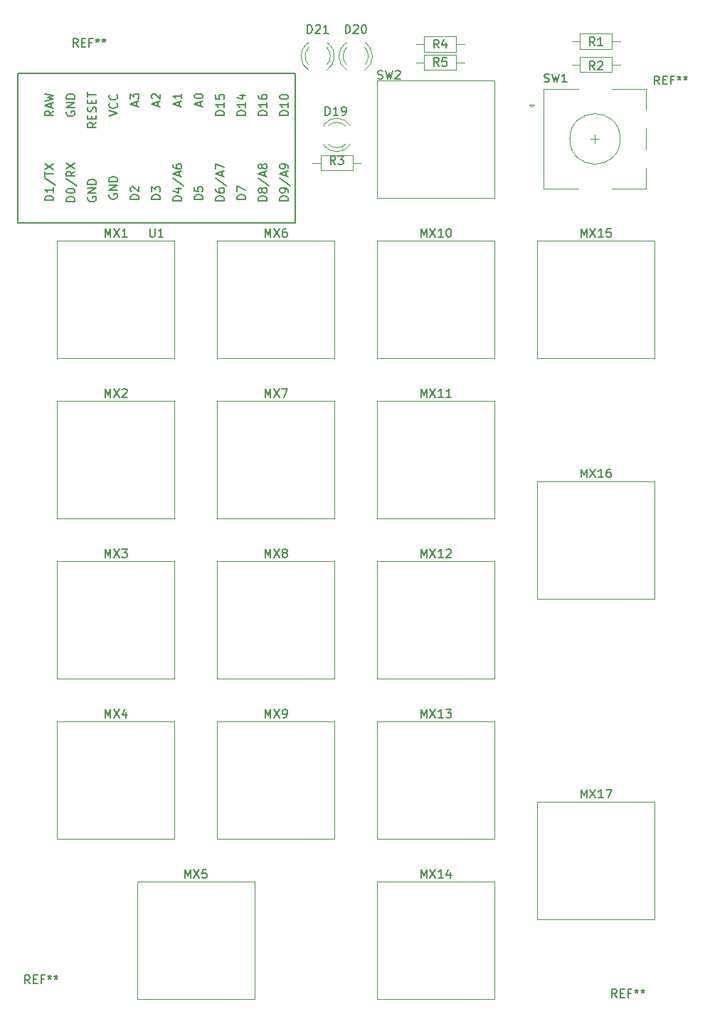
<source format=gbr>
%TF.GenerationSoftware,KiCad,Pcbnew,5.1.9-73d0e3b20d~88~ubuntu20.04.1*%
%TF.CreationDate,2021-03-20T19:20:58-05:00*%
%TF.ProjectId,KeypadMacropad1,4b657970-6164-44d6-9163-726f70616431,rev?*%
%TF.SameCoordinates,Original*%
%TF.FileFunction,Legend,Top*%
%TF.FilePolarity,Positive*%
%FSLAX46Y46*%
G04 Gerber Fmt 4.6, Leading zero omitted, Abs format (unit mm)*
G04 Created by KiCad (PCBNEW 5.1.9-73d0e3b20d~88~ubuntu20.04.1) date 2021-03-20 19:20:58*
%MOMM*%
%LPD*%
G01*
G04 APERTURE LIST*
%ADD10C,0.120000*%
%ADD11C,0.203200*%
%ADD12C,0.150000*%
G04 APERTURE END LIST*
D10*
%TO.C,SW2*%
X137615000Y-44685000D02*
X137615000Y-30715000D01*
X151585000Y-44685000D02*
X137615000Y-44685000D01*
X151585000Y-30715000D02*
X151585000Y-44685000D01*
X137615000Y-30715000D02*
X151585000Y-30715000D01*
%TO.C,MX1*%
X99515000Y-63735000D02*
X99515000Y-49765000D01*
X113485000Y-63735000D02*
X99515000Y-63735000D01*
X113485000Y-49765000D02*
X113485000Y-63735000D01*
X99515000Y-49765000D02*
X113485000Y-49765000D01*
D11*
%TO.C,U1*%
X94816000Y-29826000D02*
X94816000Y-47606000D01*
X94816000Y-47606000D02*
X127836000Y-47606000D01*
X127836000Y-29826000D02*
X127836000Y-47606000D01*
X94816000Y-29826000D02*
X127836000Y-29826000D01*
D10*
%TO.C,MX6*%
X118565000Y-63735000D02*
X118565000Y-49765000D01*
X132535000Y-63735000D02*
X118565000Y-63735000D01*
X132535000Y-49765000D02*
X132535000Y-63735000D01*
X118565000Y-49765000D02*
X132535000Y-49765000D01*
%TO.C,R4*%
X147028000Y-27317000D02*
X147028000Y-25477000D01*
X147028000Y-25477000D02*
X143188000Y-25477000D01*
X143188000Y-25477000D02*
X143188000Y-27317000D01*
X143188000Y-27317000D02*
X147028000Y-27317000D01*
X147978000Y-26397000D02*
X147028000Y-26397000D01*
X142238000Y-26397000D02*
X143188000Y-26397000D01*
%TO.C,SW1*%
X163030000Y-37660000D02*
X164030000Y-37660000D01*
X163530000Y-37160000D02*
X163530000Y-38160000D01*
X169630000Y-41160000D02*
X169630000Y-43560000D01*
X169630000Y-36360000D02*
X169630000Y-38960000D01*
X169630000Y-31760000D02*
X169630000Y-34160000D01*
X156330000Y-33560000D02*
X156030000Y-33860000D01*
X155730000Y-33560000D02*
X156330000Y-33560000D01*
X156030000Y-33860000D02*
X155730000Y-33560000D01*
X157430000Y-31760000D02*
X157430000Y-43560000D01*
X161530000Y-31760000D02*
X157430000Y-31760000D01*
X161530000Y-43560000D02*
X157430000Y-43560000D01*
X169630000Y-43560000D02*
X165530000Y-43560000D01*
X165530000Y-31760000D02*
X169630000Y-31760000D01*
X166530000Y-37660000D02*
G75*
G03*
X166530000Y-37660000I-3000000J0D01*
G01*
%TO.C,MX2*%
X99515000Y-82785000D02*
X99515000Y-68815000D01*
X113485000Y-82785000D02*
X99515000Y-82785000D01*
X113485000Y-68815000D02*
X113485000Y-82785000D01*
X99515000Y-68815000D02*
X113485000Y-68815000D01*
%TO.C,D20*%
X133969600Y-26259400D02*
X133813600Y-26259400D01*
X136285600Y-26259400D02*
X136129600Y-26259400D01*
X136128208Y-29491735D02*
G75*
G03*
X136285116Y-26259400I-1078608J1672335D01*
G01*
X133970992Y-29491735D02*
G75*
G02*
X133814084Y-26259400I1078608J1672335D01*
G01*
X136129437Y-28860530D02*
G75*
G03*
X136129600Y-26778439I-1079837J1041130D01*
G01*
X133969763Y-28860530D02*
G75*
G02*
X133969600Y-26778439I1079837J1041130D01*
G01*
%TO.C,D21*%
X129448400Y-26259400D02*
X129292400Y-26259400D01*
X131764400Y-26259400D02*
X131608400Y-26259400D01*
X131607008Y-29491735D02*
G75*
G03*
X131763916Y-26259400I-1078608J1672335D01*
G01*
X129449792Y-29491735D02*
G75*
G02*
X129292884Y-26259400I1078608J1672335D01*
G01*
X131608237Y-28860530D02*
G75*
G03*
X131608400Y-26778439I-1079837J1041130D01*
G01*
X129448563Y-28860530D02*
G75*
G02*
X129448400Y-26778439I1079837J1041130D01*
G01*
%TO.C,R5*%
X147028000Y-29476000D02*
X147028000Y-27636000D01*
X147028000Y-27636000D02*
X143188000Y-27636000D01*
X143188000Y-27636000D02*
X143188000Y-29476000D01*
X143188000Y-29476000D02*
X147028000Y-29476000D01*
X147978000Y-28556000D02*
X147028000Y-28556000D01*
X142238000Y-28556000D02*
X143188000Y-28556000D01*
%TO.C,R3*%
X130869000Y-39574000D02*
X130869000Y-41414000D01*
X130869000Y-41414000D02*
X134709000Y-41414000D01*
X134709000Y-41414000D02*
X134709000Y-39574000D01*
X134709000Y-39574000D02*
X130869000Y-39574000D01*
X129919000Y-40494000D02*
X130869000Y-40494000D01*
X135659000Y-40494000D02*
X134709000Y-40494000D01*
%TO.C,D19*%
X131229000Y-35956000D02*
X131229000Y-36112000D01*
X131229000Y-38272000D02*
X131229000Y-38428000D01*
X133830130Y-38271837D02*
G75*
G02*
X131748039Y-38272000I-1041130J1079837D01*
G01*
X133830130Y-36112163D02*
G75*
G03*
X131748039Y-36112000I-1041130J-1079837D01*
G01*
X134461335Y-38270608D02*
G75*
G02*
X131229000Y-38427516I-1672335J1078608D01*
G01*
X134461335Y-36113392D02*
G75*
G03*
X131229000Y-35956484I-1672335J-1078608D01*
G01*
%TO.C,R2*%
X160780000Y-28810000D02*
X161730000Y-28810000D01*
X166520000Y-28810000D02*
X165570000Y-28810000D01*
X161730000Y-29730000D02*
X165570000Y-29730000D01*
X161730000Y-27890000D02*
X161730000Y-29730000D01*
X165570000Y-27890000D02*
X161730000Y-27890000D01*
X165570000Y-29730000D02*
X165570000Y-27890000D01*
%TO.C,R1*%
X160780000Y-26075001D02*
X161730000Y-26075001D01*
X166520000Y-26075001D02*
X165570000Y-26075001D01*
X161730000Y-26995001D02*
X165570000Y-26995001D01*
X161730000Y-25155001D02*
X161730000Y-26995001D01*
X165570000Y-25155001D02*
X161730000Y-25155001D01*
X165570000Y-26995001D02*
X165570000Y-25155001D01*
%TO.C,MX8*%
X118565000Y-101835000D02*
X118565000Y-87865000D01*
X132535000Y-101835000D02*
X118565000Y-101835000D01*
X132535000Y-87865000D02*
X132535000Y-101835000D01*
X118565000Y-87865000D02*
X132535000Y-87865000D01*
%TO.C,MX11*%
X137615000Y-82785000D02*
X137615000Y-68815000D01*
X151585000Y-82785000D02*
X137615000Y-82785000D01*
X151585000Y-68815000D02*
X151585000Y-82785000D01*
X137615000Y-68815000D02*
X151585000Y-68815000D01*
%TO.C,MX12*%
X137615000Y-101835000D02*
X137615000Y-87865000D01*
X151585000Y-101835000D02*
X137615000Y-101835000D01*
X151585000Y-87865000D02*
X151585000Y-101835000D01*
X137615000Y-87865000D02*
X151585000Y-87865000D01*
%TO.C,MX9*%
X118565000Y-120885000D02*
X118565000Y-106915000D01*
X132535000Y-120885000D02*
X118565000Y-120885000D01*
X132535000Y-106915000D02*
X132535000Y-120885000D01*
X118565000Y-106915000D02*
X132535000Y-106915000D01*
%TO.C,MX13*%
X137615000Y-120885000D02*
X137615000Y-106915000D01*
X151585000Y-120885000D02*
X137615000Y-120885000D01*
X151585000Y-106915000D02*
X151585000Y-120885000D01*
X137615000Y-106915000D02*
X151585000Y-106915000D01*
%TO.C,MX7*%
X118565000Y-82785000D02*
X118565000Y-68815000D01*
X132535000Y-82785000D02*
X118565000Y-82785000D01*
X132535000Y-68815000D02*
X132535000Y-82785000D01*
X118565000Y-68815000D02*
X132535000Y-68815000D01*
%TO.C,MX10*%
X137615000Y-63735000D02*
X137615000Y-49765000D01*
X151585000Y-63735000D02*
X137615000Y-63735000D01*
X151585000Y-49765000D02*
X151585000Y-63735000D01*
X137615000Y-49765000D02*
X151585000Y-49765000D01*
%TO.C,MX14*%
X137615000Y-139935000D02*
X137615000Y-125965000D01*
X151585000Y-139935000D02*
X137615000Y-139935000D01*
X151585000Y-125965000D02*
X151585000Y-139935000D01*
X137615000Y-125965000D02*
X151585000Y-125965000D01*
%TO.C,MX16*%
X156665000Y-92310000D02*
X156665000Y-78340000D01*
X170635000Y-92310000D02*
X156665000Y-92310000D01*
X170635000Y-78340000D02*
X170635000Y-92310000D01*
X156665000Y-78340000D02*
X170635000Y-78340000D01*
%TO.C,MX3*%
X99515000Y-101835000D02*
X99515000Y-87865000D01*
X113485000Y-101835000D02*
X99515000Y-101835000D01*
X113485000Y-87865000D02*
X113485000Y-101835000D01*
X99515000Y-87865000D02*
X113485000Y-87865000D01*
%TO.C,MX4*%
X99515000Y-120885000D02*
X99515000Y-106915000D01*
X113485000Y-120885000D02*
X99515000Y-120885000D01*
X113485000Y-106915000D02*
X113485000Y-120885000D01*
X99515000Y-106915000D02*
X113485000Y-106915000D01*
%TO.C,MX17*%
X156665000Y-130410000D02*
X156665000Y-116440000D01*
X170635000Y-130410000D02*
X156665000Y-130410000D01*
X170635000Y-116440000D02*
X170635000Y-130410000D01*
X156665000Y-116440000D02*
X170635000Y-116440000D01*
%TO.C,MX5*%
X109040000Y-139935000D02*
X109040000Y-125965000D01*
X123010000Y-139935000D02*
X109040000Y-139935000D01*
X123010000Y-125965000D02*
X123010000Y-139935000D01*
X109040000Y-125965000D02*
X123010000Y-125965000D01*
%TO.C,MX15*%
X156665000Y-63735000D02*
X156665000Y-49765000D01*
X170635000Y-63735000D02*
X156665000Y-63735000D01*
X170635000Y-49765000D02*
X170635000Y-63735000D01*
X156665000Y-49765000D02*
X170635000Y-49765000D01*
%TO.C,SW2*%
D12*
X137678666Y-30484761D02*
X137821523Y-30532380D01*
X138059619Y-30532380D01*
X138154857Y-30484761D01*
X138202476Y-30437142D01*
X138250095Y-30341904D01*
X138250095Y-30246666D01*
X138202476Y-30151428D01*
X138154857Y-30103809D01*
X138059619Y-30056190D01*
X137869142Y-30008571D01*
X137773904Y-29960952D01*
X137726285Y-29913333D01*
X137678666Y-29818095D01*
X137678666Y-29722857D01*
X137726285Y-29627619D01*
X137773904Y-29580000D01*
X137869142Y-29532380D01*
X138107238Y-29532380D01*
X138250095Y-29580000D01*
X138583428Y-29532380D02*
X138821523Y-30532380D01*
X139012000Y-29818095D01*
X139202476Y-30532380D01*
X139440571Y-29532380D01*
X139773904Y-29627619D02*
X139821523Y-29580000D01*
X139916761Y-29532380D01*
X140154857Y-29532380D01*
X140250095Y-29580000D01*
X140297714Y-29627619D01*
X140345333Y-29722857D01*
X140345333Y-29818095D01*
X140297714Y-29960952D01*
X139726285Y-30532380D01*
X140345333Y-30532380D01*
%TO.C,MX1*%
X105214285Y-49328380D02*
X105214285Y-48328380D01*
X105547619Y-49042666D01*
X105880952Y-48328380D01*
X105880952Y-49328380D01*
X106261904Y-48328380D02*
X106928571Y-49328380D01*
X106928571Y-48328380D02*
X106261904Y-49328380D01*
X107833333Y-49328380D02*
X107261904Y-49328380D01*
X107547619Y-49328380D02*
X107547619Y-48328380D01*
X107452380Y-48471238D01*
X107357142Y-48566476D01*
X107261904Y-48614095D01*
%TO.C,U1*%
X110564095Y-48328380D02*
X110564095Y-49137904D01*
X110611714Y-49233142D01*
X110659333Y-49280761D01*
X110754571Y-49328380D01*
X110945047Y-49328380D01*
X111040285Y-49280761D01*
X111087904Y-49233142D01*
X111135523Y-49137904D01*
X111135523Y-48328380D01*
X112135523Y-49328380D02*
X111564095Y-49328380D01*
X111849809Y-49328380D02*
X111849809Y-48328380D01*
X111754571Y-48471238D01*
X111659333Y-48566476D01*
X111564095Y-48614095D01*
X127018380Y-45010166D02*
X126018380Y-45010166D01*
X126018380Y-44772071D01*
X126066000Y-44629214D01*
X126161238Y-44533976D01*
X126256476Y-44486357D01*
X126446952Y-44438738D01*
X126589809Y-44438738D01*
X126780285Y-44486357D01*
X126875523Y-44533976D01*
X126970761Y-44629214D01*
X127018380Y-44772071D01*
X127018380Y-45010166D01*
X127018380Y-43962547D02*
X127018380Y-43772071D01*
X126970761Y-43676833D01*
X126923142Y-43629214D01*
X126780285Y-43533976D01*
X126589809Y-43486357D01*
X126208857Y-43486357D01*
X126113619Y-43533976D01*
X126066000Y-43581595D01*
X126018380Y-43676833D01*
X126018380Y-43867309D01*
X126066000Y-43962547D01*
X126113619Y-44010166D01*
X126208857Y-44057785D01*
X126446952Y-44057785D01*
X126542190Y-44010166D01*
X126589809Y-43962547D01*
X126637428Y-43867309D01*
X126637428Y-43676833D01*
X126589809Y-43581595D01*
X126542190Y-43533976D01*
X126446952Y-43486357D01*
X125970761Y-42343500D02*
X127256476Y-43200642D01*
X126732666Y-42057785D02*
X126732666Y-41581595D01*
X127018380Y-42153023D02*
X126018380Y-41819690D01*
X127018380Y-41486357D01*
X127018380Y-41105404D02*
X127018380Y-40914928D01*
X126970761Y-40819690D01*
X126923142Y-40772071D01*
X126780285Y-40676833D01*
X126589809Y-40629214D01*
X126208857Y-40629214D01*
X126113619Y-40676833D01*
X126066000Y-40724452D01*
X126018380Y-40819690D01*
X126018380Y-41010166D01*
X126066000Y-41105404D01*
X126113619Y-41153023D01*
X126208857Y-41200642D01*
X126446952Y-41200642D01*
X126542190Y-41153023D01*
X126589809Y-41105404D01*
X126637428Y-41010166D01*
X126637428Y-40819690D01*
X126589809Y-40724452D01*
X126542190Y-40676833D01*
X126446952Y-40629214D01*
X124478380Y-45010166D02*
X123478380Y-45010166D01*
X123478380Y-44772071D01*
X123526000Y-44629214D01*
X123621238Y-44533976D01*
X123716476Y-44486357D01*
X123906952Y-44438738D01*
X124049809Y-44438738D01*
X124240285Y-44486357D01*
X124335523Y-44533976D01*
X124430761Y-44629214D01*
X124478380Y-44772071D01*
X124478380Y-45010166D01*
X123906952Y-43867309D02*
X123859333Y-43962547D01*
X123811714Y-44010166D01*
X123716476Y-44057785D01*
X123668857Y-44057785D01*
X123573619Y-44010166D01*
X123526000Y-43962547D01*
X123478380Y-43867309D01*
X123478380Y-43676833D01*
X123526000Y-43581595D01*
X123573619Y-43533976D01*
X123668857Y-43486357D01*
X123716476Y-43486357D01*
X123811714Y-43533976D01*
X123859333Y-43581595D01*
X123906952Y-43676833D01*
X123906952Y-43867309D01*
X123954571Y-43962547D01*
X124002190Y-44010166D01*
X124097428Y-44057785D01*
X124287904Y-44057785D01*
X124383142Y-44010166D01*
X124430761Y-43962547D01*
X124478380Y-43867309D01*
X124478380Y-43676833D01*
X124430761Y-43581595D01*
X124383142Y-43533976D01*
X124287904Y-43486357D01*
X124097428Y-43486357D01*
X124002190Y-43533976D01*
X123954571Y-43581595D01*
X123906952Y-43676833D01*
X123430761Y-42343500D02*
X124716476Y-43200642D01*
X124192666Y-42057785D02*
X124192666Y-41581595D01*
X124478380Y-42153023D02*
X123478380Y-41819690D01*
X124478380Y-41486357D01*
X123906952Y-41010166D02*
X123859333Y-41105404D01*
X123811714Y-41153023D01*
X123716476Y-41200642D01*
X123668857Y-41200642D01*
X123573619Y-41153023D01*
X123526000Y-41105404D01*
X123478380Y-41010166D01*
X123478380Y-40819690D01*
X123526000Y-40724452D01*
X123573619Y-40676833D01*
X123668857Y-40629214D01*
X123716476Y-40629214D01*
X123811714Y-40676833D01*
X123859333Y-40724452D01*
X123906952Y-40819690D01*
X123906952Y-41010166D01*
X123954571Y-41105404D01*
X124002190Y-41153023D01*
X124097428Y-41200642D01*
X124287904Y-41200642D01*
X124383142Y-41153023D01*
X124430761Y-41105404D01*
X124478380Y-41010166D01*
X124478380Y-40819690D01*
X124430761Y-40724452D01*
X124383142Y-40676833D01*
X124287904Y-40629214D01*
X124097428Y-40629214D01*
X124002190Y-40676833D01*
X123954571Y-40724452D01*
X123906952Y-40819690D01*
X121938380Y-44851595D02*
X120938380Y-44851595D01*
X120938380Y-44613500D01*
X120986000Y-44470642D01*
X121081238Y-44375404D01*
X121176476Y-44327785D01*
X121366952Y-44280166D01*
X121509809Y-44280166D01*
X121700285Y-44327785D01*
X121795523Y-44375404D01*
X121890761Y-44470642D01*
X121938380Y-44613500D01*
X121938380Y-44851595D01*
X120938380Y-43946833D02*
X120938380Y-43280166D01*
X121938380Y-43708738D01*
X119398380Y-45010166D02*
X118398380Y-45010166D01*
X118398380Y-44772071D01*
X118446000Y-44629214D01*
X118541238Y-44533976D01*
X118636476Y-44486357D01*
X118826952Y-44438738D01*
X118969809Y-44438738D01*
X119160285Y-44486357D01*
X119255523Y-44533976D01*
X119350761Y-44629214D01*
X119398380Y-44772071D01*
X119398380Y-45010166D01*
X118398380Y-43581595D02*
X118398380Y-43772071D01*
X118446000Y-43867309D01*
X118493619Y-43914928D01*
X118636476Y-44010166D01*
X118826952Y-44057785D01*
X119207904Y-44057785D01*
X119303142Y-44010166D01*
X119350761Y-43962547D01*
X119398380Y-43867309D01*
X119398380Y-43676833D01*
X119350761Y-43581595D01*
X119303142Y-43533976D01*
X119207904Y-43486357D01*
X118969809Y-43486357D01*
X118874571Y-43533976D01*
X118826952Y-43581595D01*
X118779333Y-43676833D01*
X118779333Y-43867309D01*
X118826952Y-43962547D01*
X118874571Y-44010166D01*
X118969809Y-44057785D01*
X118350761Y-42343500D02*
X119636476Y-43200642D01*
X119112666Y-42057785D02*
X119112666Y-41581595D01*
X119398380Y-42153023D02*
X118398380Y-41819690D01*
X119398380Y-41486357D01*
X118398380Y-41248261D02*
X118398380Y-40581595D01*
X119398380Y-41010166D01*
X116858380Y-44851595D02*
X115858380Y-44851595D01*
X115858380Y-44613500D01*
X115906000Y-44470642D01*
X116001238Y-44375404D01*
X116096476Y-44327785D01*
X116286952Y-44280166D01*
X116429809Y-44280166D01*
X116620285Y-44327785D01*
X116715523Y-44375404D01*
X116810761Y-44470642D01*
X116858380Y-44613500D01*
X116858380Y-44851595D01*
X115858380Y-43375404D02*
X115858380Y-43851595D01*
X116334571Y-43899214D01*
X116286952Y-43851595D01*
X116239333Y-43756357D01*
X116239333Y-43518261D01*
X116286952Y-43423023D01*
X116334571Y-43375404D01*
X116429809Y-43327785D01*
X116667904Y-43327785D01*
X116763142Y-43375404D01*
X116810761Y-43423023D01*
X116858380Y-43518261D01*
X116858380Y-43756357D01*
X116810761Y-43851595D01*
X116763142Y-43899214D01*
X114318380Y-45010166D02*
X113318380Y-45010166D01*
X113318380Y-44772071D01*
X113366000Y-44629214D01*
X113461238Y-44533976D01*
X113556476Y-44486357D01*
X113746952Y-44438738D01*
X113889809Y-44438738D01*
X114080285Y-44486357D01*
X114175523Y-44533976D01*
X114270761Y-44629214D01*
X114318380Y-44772071D01*
X114318380Y-45010166D01*
X113651714Y-43581595D02*
X114318380Y-43581595D01*
X113270761Y-43819690D02*
X113985047Y-44057785D01*
X113985047Y-43438738D01*
X113270761Y-42343500D02*
X114556476Y-43200642D01*
X114032666Y-42057785D02*
X114032666Y-41581595D01*
X114318380Y-42153023D02*
X113318380Y-41819690D01*
X114318380Y-41486357D01*
X113318380Y-40724452D02*
X113318380Y-40914928D01*
X113366000Y-41010166D01*
X113413619Y-41057785D01*
X113556476Y-41153023D01*
X113746952Y-41200642D01*
X114127904Y-41200642D01*
X114223142Y-41153023D01*
X114270761Y-41105404D01*
X114318380Y-41010166D01*
X114318380Y-40819690D01*
X114270761Y-40724452D01*
X114223142Y-40676833D01*
X114127904Y-40629214D01*
X113889809Y-40629214D01*
X113794571Y-40676833D01*
X113746952Y-40724452D01*
X113699333Y-40819690D01*
X113699333Y-41010166D01*
X113746952Y-41105404D01*
X113794571Y-41153023D01*
X113889809Y-41200642D01*
X111778380Y-44851595D02*
X110778380Y-44851595D01*
X110778380Y-44613500D01*
X110826000Y-44470642D01*
X110921238Y-44375404D01*
X111016476Y-44327785D01*
X111206952Y-44280166D01*
X111349809Y-44280166D01*
X111540285Y-44327785D01*
X111635523Y-44375404D01*
X111730761Y-44470642D01*
X111778380Y-44613500D01*
X111778380Y-44851595D01*
X110778380Y-43946833D02*
X110778380Y-43327785D01*
X111159333Y-43661119D01*
X111159333Y-43518261D01*
X111206952Y-43423023D01*
X111254571Y-43375404D01*
X111349809Y-43327785D01*
X111587904Y-43327785D01*
X111683142Y-43375404D01*
X111730761Y-43423023D01*
X111778380Y-43518261D01*
X111778380Y-43803976D01*
X111730761Y-43899214D01*
X111683142Y-43946833D01*
X109238380Y-44851595D02*
X108238380Y-44851595D01*
X108238380Y-44613500D01*
X108286000Y-44470642D01*
X108381238Y-44375404D01*
X108476476Y-44327785D01*
X108666952Y-44280166D01*
X108809809Y-44280166D01*
X109000285Y-44327785D01*
X109095523Y-44375404D01*
X109190761Y-44470642D01*
X109238380Y-44613500D01*
X109238380Y-44851595D01*
X108333619Y-43899214D02*
X108286000Y-43851595D01*
X108238380Y-43756357D01*
X108238380Y-43518261D01*
X108286000Y-43423023D01*
X108333619Y-43375404D01*
X108428857Y-43327785D01*
X108524095Y-43327785D01*
X108666952Y-43375404D01*
X109238380Y-43946833D01*
X109238380Y-43327785D01*
X101618380Y-45081595D02*
X100618380Y-45081595D01*
X100618380Y-44843500D01*
X100666000Y-44700642D01*
X100761238Y-44605404D01*
X100856476Y-44557785D01*
X101046952Y-44510166D01*
X101189809Y-44510166D01*
X101380285Y-44557785D01*
X101475523Y-44605404D01*
X101570761Y-44700642D01*
X101618380Y-44843500D01*
X101618380Y-45081595D01*
X100618380Y-43891119D02*
X100618380Y-43795880D01*
X100666000Y-43700642D01*
X100713619Y-43653023D01*
X100808857Y-43605404D01*
X100999333Y-43557785D01*
X101237428Y-43557785D01*
X101427904Y-43605404D01*
X101523142Y-43653023D01*
X101570761Y-43700642D01*
X101618380Y-43795880D01*
X101618380Y-43891119D01*
X101570761Y-43986357D01*
X101523142Y-44033976D01*
X101427904Y-44081595D01*
X101237428Y-44129214D01*
X100999333Y-44129214D01*
X100808857Y-44081595D01*
X100713619Y-44033976D01*
X100666000Y-43986357D01*
X100618380Y-43891119D01*
X100570761Y-42414928D02*
X101856476Y-43272071D01*
X101618380Y-41510166D02*
X101142190Y-41843500D01*
X101618380Y-42081595D02*
X100618380Y-42081595D01*
X100618380Y-41700642D01*
X100666000Y-41605404D01*
X100713619Y-41557785D01*
X100808857Y-41510166D01*
X100951714Y-41510166D01*
X101046952Y-41557785D01*
X101094571Y-41605404D01*
X101142190Y-41700642D01*
X101142190Y-42081595D01*
X100618380Y-41176833D02*
X101618380Y-40510166D01*
X100618380Y-40510166D02*
X101618380Y-41176833D01*
X99078380Y-44962547D02*
X98078380Y-44962547D01*
X98078380Y-44724452D01*
X98126000Y-44581595D01*
X98221238Y-44486357D01*
X98316476Y-44438738D01*
X98506952Y-44391119D01*
X98649809Y-44391119D01*
X98840285Y-44438738D01*
X98935523Y-44486357D01*
X99030761Y-44581595D01*
X99078380Y-44724452D01*
X99078380Y-44962547D01*
X99078380Y-43438738D02*
X99078380Y-44010166D01*
X99078380Y-43724452D02*
X98078380Y-43724452D01*
X98221238Y-43819690D01*
X98316476Y-43914928D01*
X98364095Y-44010166D01*
X98030761Y-42295880D02*
X99316476Y-43153023D01*
X98078380Y-42105404D02*
X98078380Y-41533976D01*
X99078380Y-41819690D02*
X98078380Y-41819690D01*
X98078380Y-41295880D02*
X99078380Y-40629214D01*
X98078380Y-40629214D02*
X99078380Y-41295880D01*
X127018380Y-34850285D02*
X126018380Y-34850285D01*
X126018380Y-34612190D01*
X126066000Y-34469333D01*
X126161238Y-34374095D01*
X126256476Y-34326476D01*
X126446952Y-34278857D01*
X126589809Y-34278857D01*
X126780285Y-34326476D01*
X126875523Y-34374095D01*
X126970761Y-34469333D01*
X127018380Y-34612190D01*
X127018380Y-34850285D01*
X127018380Y-33326476D02*
X127018380Y-33897904D01*
X127018380Y-33612190D02*
X126018380Y-33612190D01*
X126161238Y-33707428D01*
X126256476Y-33802666D01*
X126304095Y-33897904D01*
X126018380Y-32707428D02*
X126018380Y-32612190D01*
X126066000Y-32516952D01*
X126113619Y-32469333D01*
X126208857Y-32421714D01*
X126399333Y-32374095D01*
X126637428Y-32374095D01*
X126827904Y-32421714D01*
X126923142Y-32469333D01*
X126970761Y-32516952D01*
X127018380Y-32612190D01*
X127018380Y-32707428D01*
X126970761Y-32802666D01*
X126923142Y-32850285D01*
X126827904Y-32897904D01*
X126637428Y-32945523D01*
X126399333Y-32945523D01*
X126208857Y-32897904D01*
X126113619Y-32850285D01*
X126066000Y-32802666D01*
X126018380Y-32707428D01*
X124478380Y-34850285D02*
X123478380Y-34850285D01*
X123478380Y-34612190D01*
X123526000Y-34469333D01*
X123621238Y-34374095D01*
X123716476Y-34326476D01*
X123906952Y-34278857D01*
X124049809Y-34278857D01*
X124240285Y-34326476D01*
X124335523Y-34374095D01*
X124430761Y-34469333D01*
X124478380Y-34612190D01*
X124478380Y-34850285D01*
X124478380Y-33326476D02*
X124478380Y-33897904D01*
X124478380Y-33612190D02*
X123478380Y-33612190D01*
X123621238Y-33707428D01*
X123716476Y-33802666D01*
X123764095Y-33897904D01*
X123478380Y-32469333D02*
X123478380Y-32659809D01*
X123526000Y-32755047D01*
X123573619Y-32802666D01*
X123716476Y-32897904D01*
X123906952Y-32945523D01*
X124287904Y-32945523D01*
X124383142Y-32897904D01*
X124430761Y-32850285D01*
X124478380Y-32755047D01*
X124478380Y-32564571D01*
X124430761Y-32469333D01*
X124383142Y-32421714D01*
X124287904Y-32374095D01*
X124049809Y-32374095D01*
X123954571Y-32421714D01*
X123906952Y-32469333D01*
X123859333Y-32564571D01*
X123859333Y-32755047D01*
X123906952Y-32850285D01*
X123954571Y-32897904D01*
X124049809Y-32945523D01*
X121938380Y-34850285D02*
X120938380Y-34850285D01*
X120938380Y-34612190D01*
X120986000Y-34469333D01*
X121081238Y-34374095D01*
X121176476Y-34326476D01*
X121366952Y-34278857D01*
X121509809Y-34278857D01*
X121700285Y-34326476D01*
X121795523Y-34374095D01*
X121890761Y-34469333D01*
X121938380Y-34612190D01*
X121938380Y-34850285D01*
X121938380Y-33326476D02*
X121938380Y-33897904D01*
X121938380Y-33612190D02*
X120938380Y-33612190D01*
X121081238Y-33707428D01*
X121176476Y-33802666D01*
X121224095Y-33897904D01*
X121271714Y-32469333D02*
X121938380Y-32469333D01*
X120890761Y-32707428D02*
X121605047Y-32945523D01*
X121605047Y-32326476D01*
X119398380Y-34850285D02*
X118398380Y-34850285D01*
X118398380Y-34612190D01*
X118446000Y-34469333D01*
X118541238Y-34374095D01*
X118636476Y-34326476D01*
X118826952Y-34278857D01*
X118969809Y-34278857D01*
X119160285Y-34326476D01*
X119255523Y-34374095D01*
X119350761Y-34469333D01*
X119398380Y-34612190D01*
X119398380Y-34850285D01*
X119398380Y-33326476D02*
X119398380Y-33897904D01*
X119398380Y-33612190D02*
X118398380Y-33612190D01*
X118541238Y-33707428D01*
X118636476Y-33802666D01*
X118684095Y-33897904D01*
X118398380Y-32421714D02*
X118398380Y-32897904D01*
X118874571Y-32945523D01*
X118826952Y-32897904D01*
X118779333Y-32802666D01*
X118779333Y-32564571D01*
X118826952Y-32469333D01*
X118874571Y-32421714D01*
X118969809Y-32374095D01*
X119207904Y-32374095D01*
X119303142Y-32421714D01*
X119350761Y-32469333D01*
X119398380Y-32564571D01*
X119398380Y-32802666D01*
X119350761Y-32897904D01*
X119303142Y-32945523D01*
X116572666Y-33715285D02*
X116572666Y-33239095D01*
X116858380Y-33810523D02*
X115858380Y-33477190D01*
X116858380Y-33143857D01*
X115858380Y-32620047D02*
X115858380Y-32524809D01*
X115906000Y-32429571D01*
X115953619Y-32381952D01*
X116048857Y-32334333D01*
X116239333Y-32286714D01*
X116477428Y-32286714D01*
X116667904Y-32334333D01*
X116763142Y-32381952D01*
X116810761Y-32429571D01*
X116858380Y-32524809D01*
X116858380Y-32620047D01*
X116810761Y-32715285D01*
X116763142Y-32762904D01*
X116667904Y-32810523D01*
X116477428Y-32858142D01*
X116239333Y-32858142D01*
X116048857Y-32810523D01*
X115953619Y-32762904D01*
X115906000Y-32715285D01*
X115858380Y-32620047D01*
X114032666Y-33715285D02*
X114032666Y-33239095D01*
X114318380Y-33810523D02*
X113318380Y-33477190D01*
X114318380Y-33143857D01*
X114318380Y-32286714D02*
X114318380Y-32858142D01*
X114318380Y-32572428D02*
X113318380Y-32572428D01*
X113461238Y-32667666D01*
X113556476Y-32762904D01*
X113604095Y-32858142D01*
X111492666Y-33715285D02*
X111492666Y-33239095D01*
X111778380Y-33810523D02*
X110778380Y-33477190D01*
X111778380Y-33143857D01*
X110873619Y-32858142D02*
X110826000Y-32810523D01*
X110778380Y-32715285D01*
X110778380Y-32477190D01*
X110826000Y-32381952D01*
X110873619Y-32334333D01*
X110968857Y-32286714D01*
X111064095Y-32286714D01*
X111206952Y-32334333D01*
X111778380Y-32905761D01*
X111778380Y-32286714D01*
X108952666Y-33715285D02*
X108952666Y-33239095D01*
X109238380Y-33810523D02*
X108238380Y-33477190D01*
X109238380Y-33143857D01*
X108238380Y-32905761D02*
X108238380Y-32286714D01*
X108619333Y-32620047D01*
X108619333Y-32477190D01*
X108666952Y-32381952D01*
X108714571Y-32334333D01*
X108809809Y-32286714D01*
X109047904Y-32286714D01*
X109143142Y-32334333D01*
X109190761Y-32381952D01*
X109238380Y-32477190D01*
X109238380Y-32762904D01*
X109190761Y-32858142D01*
X109143142Y-32905761D01*
X105698380Y-34969333D02*
X106698380Y-34636000D01*
X105698380Y-34302666D01*
X106603142Y-33397904D02*
X106650761Y-33445523D01*
X106698380Y-33588380D01*
X106698380Y-33683619D01*
X106650761Y-33826476D01*
X106555523Y-33921714D01*
X106460285Y-33969333D01*
X106269809Y-34016952D01*
X106126952Y-34016952D01*
X105936476Y-33969333D01*
X105841238Y-33921714D01*
X105746000Y-33826476D01*
X105698380Y-33683619D01*
X105698380Y-33588380D01*
X105746000Y-33445523D01*
X105793619Y-33397904D01*
X106603142Y-32397904D02*
X106650761Y-32445523D01*
X106698380Y-32588380D01*
X106698380Y-32683619D01*
X106650761Y-32826476D01*
X106555523Y-32921714D01*
X106460285Y-32969333D01*
X106269809Y-33016952D01*
X106126952Y-33016952D01*
X105936476Y-32969333D01*
X105841238Y-32921714D01*
X105746000Y-32826476D01*
X105698380Y-32683619D01*
X105698380Y-32588380D01*
X105746000Y-32445523D01*
X105793619Y-32397904D01*
X104158380Y-35723380D02*
X103682190Y-36056714D01*
X104158380Y-36294809D02*
X103158380Y-36294809D01*
X103158380Y-35913857D01*
X103206000Y-35818619D01*
X103253619Y-35771000D01*
X103348857Y-35723380D01*
X103491714Y-35723380D01*
X103586952Y-35771000D01*
X103634571Y-35818619D01*
X103682190Y-35913857D01*
X103682190Y-36294809D01*
X103634571Y-35294809D02*
X103634571Y-34961476D01*
X104158380Y-34818619D02*
X104158380Y-35294809D01*
X103158380Y-35294809D01*
X103158380Y-34818619D01*
X104110761Y-34437666D02*
X104158380Y-34294809D01*
X104158380Y-34056714D01*
X104110761Y-33961476D01*
X104063142Y-33913857D01*
X103967904Y-33866238D01*
X103872666Y-33866238D01*
X103777428Y-33913857D01*
X103729809Y-33961476D01*
X103682190Y-34056714D01*
X103634571Y-34247190D01*
X103586952Y-34342428D01*
X103539333Y-34390047D01*
X103444095Y-34437666D01*
X103348857Y-34437666D01*
X103253619Y-34390047D01*
X103206000Y-34342428D01*
X103158380Y-34247190D01*
X103158380Y-34009095D01*
X103206000Y-33866238D01*
X103634571Y-33437666D02*
X103634571Y-33104333D01*
X104158380Y-32961476D02*
X104158380Y-33437666D01*
X103158380Y-33437666D01*
X103158380Y-32961476D01*
X103158380Y-32675761D02*
X103158380Y-32104333D01*
X104158380Y-32390047D02*
X103158380Y-32390047D01*
X99078380Y-34326476D02*
X98602190Y-34659809D01*
X99078380Y-34897904D02*
X98078380Y-34897904D01*
X98078380Y-34516952D01*
X98126000Y-34421714D01*
X98173619Y-34374095D01*
X98268857Y-34326476D01*
X98411714Y-34326476D01*
X98506952Y-34374095D01*
X98554571Y-34421714D01*
X98602190Y-34516952D01*
X98602190Y-34897904D01*
X98792666Y-33945523D02*
X98792666Y-33469333D01*
X99078380Y-34040761D02*
X98078380Y-33707428D01*
X99078380Y-33374095D01*
X98078380Y-33136000D02*
X99078380Y-32897904D01*
X98364095Y-32707428D01*
X99078380Y-32516952D01*
X98078380Y-32278857D01*
X105746000Y-44240404D02*
X105698380Y-44335642D01*
X105698380Y-44478500D01*
X105746000Y-44621357D01*
X105841238Y-44716595D01*
X105936476Y-44764214D01*
X106126952Y-44811833D01*
X106269809Y-44811833D01*
X106460285Y-44764214D01*
X106555523Y-44716595D01*
X106650761Y-44621357D01*
X106698380Y-44478500D01*
X106698380Y-44383261D01*
X106650761Y-44240404D01*
X106603142Y-44192785D01*
X106269809Y-44192785D01*
X106269809Y-44383261D01*
X106698380Y-43764214D02*
X105698380Y-43764214D01*
X106698380Y-43192785D01*
X105698380Y-43192785D01*
X106698380Y-42716595D02*
X105698380Y-42716595D01*
X105698380Y-42478500D01*
X105746000Y-42335642D01*
X105841238Y-42240404D01*
X105936476Y-42192785D01*
X106126952Y-42145166D01*
X106269809Y-42145166D01*
X106460285Y-42192785D01*
X106555523Y-42240404D01*
X106650761Y-42335642D01*
X106698380Y-42478500D01*
X106698380Y-42716595D01*
X103206000Y-44557904D02*
X103158380Y-44653142D01*
X103158380Y-44796000D01*
X103206000Y-44938857D01*
X103301238Y-45034095D01*
X103396476Y-45081714D01*
X103586952Y-45129333D01*
X103729809Y-45129333D01*
X103920285Y-45081714D01*
X104015523Y-45034095D01*
X104110761Y-44938857D01*
X104158380Y-44796000D01*
X104158380Y-44700761D01*
X104110761Y-44557904D01*
X104063142Y-44510285D01*
X103729809Y-44510285D01*
X103729809Y-44700761D01*
X104158380Y-44081714D02*
X103158380Y-44081714D01*
X104158380Y-43510285D01*
X103158380Y-43510285D01*
X104158380Y-43034095D02*
X103158380Y-43034095D01*
X103158380Y-42796000D01*
X103206000Y-42653142D01*
X103301238Y-42557904D01*
X103396476Y-42510285D01*
X103586952Y-42462666D01*
X103729809Y-42462666D01*
X103920285Y-42510285D01*
X104015523Y-42557904D01*
X104110761Y-42653142D01*
X104158380Y-42796000D01*
X104158380Y-43034095D01*
X100666000Y-34397904D02*
X100618380Y-34493142D01*
X100618380Y-34636000D01*
X100666000Y-34778857D01*
X100761238Y-34874095D01*
X100856476Y-34921714D01*
X101046952Y-34969333D01*
X101189809Y-34969333D01*
X101380285Y-34921714D01*
X101475523Y-34874095D01*
X101570761Y-34778857D01*
X101618380Y-34636000D01*
X101618380Y-34540761D01*
X101570761Y-34397904D01*
X101523142Y-34350285D01*
X101189809Y-34350285D01*
X101189809Y-34540761D01*
X101618380Y-33921714D02*
X100618380Y-33921714D01*
X101618380Y-33350285D01*
X100618380Y-33350285D01*
X101618380Y-32874095D02*
X100618380Y-32874095D01*
X100618380Y-32636000D01*
X100666000Y-32493142D01*
X100761238Y-32397904D01*
X100856476Y-32350285D01*
X101046952Y-32302666D01*
X101189809Y-32302666D01*
X101380285Y-32350285D01*
X101475523Y-32397904D01*
X101570761Y-32493142D01*
X101618380Y-32636000D01*
X101618380Y-32874095D01*
%TO.C,MX6*%
X124264285Y-49328380D02*
X124264285Y-48328380D01*
X124597619Y-49042666D01*
X124930952Y-48328380D01*
X124930952Y-49328380D01*
X125311904Y-48328380D02*
X125978571Y-49328380D01*
X125978571Y-48328380D02*
X125311904Y-49328380D01*
X126788095Y-48328380D02*
X126597619Y-48328380D01*
X126502380Y-48376000D01*
X126454761Y-48423619D01*
X126359523Y-48566476D01*
X126311904Y-48756952D01*
X126311904Y-49137904D01*
X126359523Y-49233142D01*
X126407142Y-49280761D01*
X126502380Y-49328380D01*
X126692857Y-49328380D01*
X126788095Y-49280761D01*
X126835714Y-49233142D01*
X126883333Y-49137904D01*
X126883333Y-48899809D01*
X126835714Y-48804571D01*
X126788095Y-48756952D01*
X126692857Y-48709333D01*
X126502380Y-48709333D01*
X126407142Y-48756952D01*
X126359523Y-48804571D01*
X126311904Y-48899809D01*
%TO.C,R4*%
X144941333Y-26849380D02*
X144608000Y-26373190D01*
X144369904Y-26849380D02*
X144369904Y-25849380D01*
X144750857Y-25849380D01*
X144846095Y-25897000D01*
X144893714Y-25944619D01*
X144941333Y-26039857D01*
X144941333Y-26182714D01*
X144893714Y-26277952D01*
X144846095Y-26325571D01*
X144750857Y-26373190D01*
X144369904Y-26373190D01*
X145798476Y-26182714D02*
X145798476Y-26849380D01*
X145560380Y-25801761D02*
X145322285Y-26516047D01*
X145941333Y-26516047D01*
%TO.C,SW1*%
X157496666Y-30864761D02*
X157639523Y-30912380D01*
X157877619Y-30912380D01*
X157972857Y-30864761D01*
X158020476Y-30817142D01*
X158068095Y-30721904D01*
X158068095Y-30626666D01*
X158020476Y-30531428D01*
X157972857Y-30483809D01*
X157877619Y-30436190D01*
X157687142Y-30388571D01*
X157591904Y-30340952D01*
X157544285Y-30293333D01*
X157496666Y-30198095D01*
X157496666Y-30102857D01*
X157544285Y-30007619D01*
X157591904Y-29960000D01*
X157687142Y-29912380D01*
X157925238Y-29912380D01*
X158068095Y-29960000D01*
X158401428Y-29912380D02*
X158639523Y-30912380D01*
X158830000Y-30198095D01*
X159020476Y-30912380D01*
X159258571Y-29912380D01*
X160163333Y-30912380D02*
X159591904Y-30912380D01*
X159877619Y-30912380D02*
X159877619Y-29912380D01*
X159782380Y-30055238D01*
X159687142Y-30150476D01*
X159591904Y-30198095D01*
%TO.C,REF\u002A\u002A*%
X171206666Y-31167380D02*
X170873333Y-30691190D01*
X170635238Y-31167380D02*
X170635238Y-30167380D01*
X171016190Y-30167380D01*
X171111428Y-30215000D01*
X171159047Y-30262619D01*
X171206666Y-30357857D01*
X171206666Y-30500714D01*
X171159047Y-30595952D01*
X171111428Y-30643571D01*
X171016190Y-30691190D01*
X170635238Y-30691190D01*
X171635238Y-30643571D02*
X171968571Y-30643571D01*
X172111428Y-31167380D02*
X171635238Y-31167380D01*
X171635238Y-30167380D01*
X172111428Y-30167380D01*
X172873333Y-30643571D02*
X172540000Y-30643571D01*
X172540000Y-31167380D02*
X172540000Y-30167380D01*
X173016190Y-30167380D01*
X173540000Y-30167380D02*
X173540000Y-30405476D01*
X173301904Y-30310238D02*
X173540000Y-30405476D01*
X173778095Y-30310238D01*
X173397142Y-30595952D02*
X173540000Y-30405476D01*
X173682857Y-30595952D01*
X174301904Y-30167380D02*
X174301904Y-30405476D01*
X174063809Y-30310238D02*
X174301904Y-30405476D01*
X174540000Y-30310238D01*
X174159047Y-30595952D02*
X174301904Y-30405476D01*
X174444761Y-30595952D01*
X101991666Y-26722380D02*
X101658333Y-26246190D01*
X101420238Y-26722380D02*
X101420238Y-25722380D01*
X101801190Y-25722380D01*
X101896428Y-25770000D01*
X101944047Y-25817619D01*
X101991666Y-25912857D01*
X101991666Y-26055714D01*
X101944047Y-26150952D01*
X101896428Y-26198571D01*
X101801190Y-26246190D01*
X101420238Y-26246190D01*
X102420238Y-26198571D02*
X102753571Y-26198571D01*
X102896428Y-26722380D02*
X102420238Y-26722380D01*
X102420238Y-25722380D01*
X102896428Y-25722380D01*
X103658333Y-26198571D02*
X103325000Y-26198571D01*
X103325000Y-26722380D02*
X103325000Y-25722380D01*
X103801190Y-25722380D01*
X104325000Y-25722380D02*
X104325000Y-25960476D01*
X104086904Y-25865238D02*
X104325000Y-25960476D01*
X104563095Y-25865238D01*
X104182142Y-26150952D02*
X104325000Y-25960476D01*
X104467857Y-26150952D01*
X105086904Y-25722380D02*
X105086904Y-25960476D01*
X104848809Y-25865238D02*
X105086904Y-25960476D01*
X105325000Y-25865238D01*
X104944047Y-26150952D02*
X105086904Y-25960476D01*
X105229761Y-26150952D01*
X96276666Y-138092380D02*
X95943333Y-137616190D01*
X95705238Y-138092380D02*
X95705238Y-137092380D01*
X96086190Y-137092380D01*
X96181428Y-137140000D01*
X96229047Y-137187619D01*
X96276666Y-137282857D01*
X96276666Y-137425714D01*
X96229047Y-137520952D01*
X96181428Y-137568571D01*
X96086190Y-137616190D01*
X95705238Y-137616190D01*
X96705238Y-137568571D02*
X97038571Y-137568571D01*
X97181428Y-138092380D02*
X96705238Y-138092380D01*
X96705238Y-137092380D01*
X97181428Y-137092380D01*
X97943333Y-137568571D02*
X97610000Y-137568571D01*
X97610000Y-138092380D02*
X97610000Y-137092380D01*
X98086190Y-137092380D01*
X98610000Y-137092380D02*
X98610000Y-137330476D01*
X98371904Y-137235238D02*
X98610000Y-137330476D01*
X98848095Y-137235238D01*
X98467142Y-137520952D02*
X98610000Y-137330476D01*
X98752857Y-137520952D01*
X99371904Y-137092380D02*
X99371904Y-137330476D01*
X99133809Y-137235238D02*
X99371904Y-137330476D01*
X99610000Y-137235238D01*
X99229047Y-137520952D02*
X99371904Y-137330476D01*
X99514761Y-137520952D01*
X166126666Y-139752380D02*
X165793333Y-139276190D01*
X165555238Y-139752380D02*
X165555238Y-138752380D01*
X165936190Y-138752380D01*
X166031428Y-138800000D01*
X166079047Y-138847619D01*
X166126666Y-138942857D01*
X166126666Y-139085714D01*
X166079047Y-139180952D01*
X166031428Y-139228571D01*
X165936190Y-139276190D01*
X165555238Y-139276190D01*
X166555238Y-139228571D02*
X166888571Y-139228571D01*
X167031428Y-139752380D02*
X166555238Y-139752380D01*
X166555238Y-138752380D01*
X167031428Y-138752380D01*
X167793333Y-139228571D02*
X167460000Y-139228571D01*
X167460000Y-139752380D02*
X167460000Y-138752380D01*
X167936190Y-138752380D01*
X168460000Y-138752380D02*
X168460000Y-138990476D01*
X168221904Y-138895238D02*
X168460000Y-138990476D01*
X168698095Y-138895238D01*
X168317142Y-139180952D02*
X168460000Y-138990476D01*
X168602857Y-139180952D01*
X169221904Y-138752380D02*
X169221904Y-138990476D01*
X168983809Y-138895238D02*
X169221904Y-138990476D01*
X169460000Y-138895238D01*
X169079047Y-139180952D02*
X169221904Y-138990476D01*
X169364761Y-139180952D01*
%TO.C,MX2*%
X105214285Y-68378380D02*
X105214285Y-67378380D01*
X105547619Y-68092666D01*
X105880952Y-67378380D01*
X105880952Y-68378380D01*
X106261904Y-67378380D02*
X106928571Y-68378380D01*
X106928571Y-67378380D02*
X106261904Y-68378380D01*
X107261904Y-67473619D02*
X107309523Y-67426000D01*
X107404761Y-67378380D01*
X107642857Y-67378380D01*
X107738095Y-67426000D01*
X107785714Y-67473619D01*
X107833333Y-67568857D01*
X107833333Y-67664095D01*
X107785714Y-67806952D01*
X107214285Y-68378380D01*
X107833333Y-68378380D01*
%TO.C,D20*%
X133835314Y-25096780D02*
X133835314Y-24096780D01*
X134073409Y-24096780D01*
X134216266Y-24144400D01*
X134311504Y-24239638D01*
X134359123Y-24334876D01*
X134406742Y-24525352D01*
X134406742Y-24668209D01*
X134359123Y-24858685D01*
X134311504Y-24953923D01*
X134216266Y-25049161D01*
X134073409Y-25096780D01*
X133835314Y-25096780D01*
X134787695Y-24192019D02*
X134835314Y-24144400D01*
X134930552Y-24096780D01*
X135168647Y-24096780D01*
X135263885Y-24144400D01*
X135311504Y-24192019D01*
X135359123Y-24287257D01*
X135359123Y-24382495D01*
X135311504Y-24525352D01*
X134740076Y-25096780D01*
X135359123Y-25096780D01*
X135978171Y-24096780D02*
X136073409Y-24096780D01*
X136168647Y-24144400D01*
X136216266Y-24192019D01*
X136263885Y-24287257D01*
X136311504Y-24477733D01*
X136311504Y-24715828D01*
X136263885Y-24906304D01*
X136216266Y-25001542D01*
X136168647Y-25049161D01*
X136073409Y-25096780D01*
X135978171Y-25096780D01*
X135882933Y-25049161D01*
X135835314Y-25001542D01*
X135787695Y-24906304D01*
X135740076Y-24715828D01*
X135740076Y-24477733D01*
X135787695Y-24287257D01*
X135835314Y-24192019D01*
X135882933Y-24144400D01*
X135978171Y-24096780D01*
%TO.C,D21*%
X129314114Y-25096780D02*
X129314114Y-24096780D01*
X129552209Y-24096780D01*
X129695066Y-24144400D01*
X129790304Y-24239638D01*
X129837923Y-24334876D01*
X129885542Y-24525352D01*
X129885542Y-24668209D01*
X129837923Y-24858685D01*
X129790304Y-24953923D01*
X129695066Y-25049161D01*
X129552209Y-25096780D01*
X129314114Y-25096780D01*
X130266495Y-24192019D02*
X130314114Y-24144400D01*
X130409352Y-24096780D01*
X130647447Y-24096780D01*
X130742685Y-24144400D01*
X130790304Y-24192019D01*
X130837923Y-24287257D01*
X130837923Y-24382495D01*
X130790304Y-24525352D01*
X130218876Y-25096780D01*
X130837923Y-25096780D01*
X131790304Y-25096780D02*
X131218876Y-25096780D01*
X131504590Y-25096780D02*
X131504590Y-24096780D01*
X131409352Y-24239638D01*
X131314114Y-24334876D01*
X131218876Y-24382495D01*
%TO.C,R5*%
X144941333Y-29008380D02*
X144608000Y-28532190D01*
X144369904Y-29008380D02*
X144369904Y-28008380D01*
X144750857Y-28008380D01*
X144846095Y-28056000D01*
X144893714Y-28103619D01*
X144941333Y-28198857D01*
X144941333Y-28341714D01*
X144893714Y-28436952D01*
X144846095Y-28484571D01*
X144750857Y-28532190D01*
X144369904Y-28532190D01*
X145846095Y-28008380D02*
X145369904Y-28008380D01*
X145322285Y-28484571D01*
X145369904Y-28436952D01*
X145465142Y-28389333D01*
X145703238Y-28389333D01*
X145798476Y-28436952D01*
X145846095Y-28484571D01*
X145893714Y-28579809D01*
X145893714Y-28817904D01*
X145846095Y-28913142D01*
X145798476Y-28960761D01*
X145703238Y-29008380D01*
X145465142Y-29008380D01*
X145369904Y-28960761D01*
X145322285Y-28913142D01*
%TO.C,R3*%
X132622333Y-40692380D02*
X132289000Y-40216190D01*
X132050904Y-40692380D02*
X132050904Y-39692380D01*
X132431857Y-39692380D01*
X132527095Y-39740000D01*
X132574714Y-39787619D01*
X132622333Y-39882857D01*
X132622333Y-40025714D01*
X132574714Y-40120952D01*
X132527095Y-40168571D01*
X132431857Y-40216190D01*
X132050904Y-40216190D01*
X132955666Y-39692380D02*
X133574714Y-39692380D01*
X133241380Y-40073333D01*
X133384238Y-40073333D01*
X133479476Y-40120952D01*
X133527095Y-40168571D01*
X133574714Y-40263809D01*
X133574714Y-40501904D01*
X133527095Y-40597142D01*
X133479476Y-40644761D01*
X133384238Y-40692380D01*
X133098523Y-40692380D01*
X133003285Y-40644761D01*
X132955666Y-40597142D01*
%TO.C,D19*%
X131447714Y-34850380D02*
X131447714Y-33850380D01*
X131685809Y-33850380D01*
X131828666Y-33898000D01*
X131923904Y-33993238D01*
X131971523Y-34088476D01*
X132019142Y-34278952D01*
X132019142Y-34421809D01*
X131971523Y-34612285D01*
X131923904Y-34707523D01*
X131828666Y-34802761D01*
X131685809Y-34850380D01*
X131447714Y-34850380D01*
X132971523Y-34850380D02*
X132400095Y-34850380D01*
X132685809Y-34850380D02*
X132685809Y-33850380D01*
X132590571Y-33993238D01*
X132495333Y-34088476D01*
X132400095Y-34136095D01*
X133447714Y-34850380D02*
X133638190Y-34850380D01*
X133733428Y-34802761D01*
X133781047Y-34755142D01*
X133876285Y-34612285D01*
X133923904Y-34421809D01*
X133923904Y-34040857D01*
X133876285Y-33945619D01*
X133828666Y-33898000D01*
X133733428Y-33850380D01*
X133542952Y-33850380D01*
X133447714Y-33898000D01*
X133400095Y-33945619D01*
X133352476Y-34040857D01*
X133352476Y-34278952D01*
X133400095Y-34374190D01*
X133447714Y-34421809D01*
X133542952Y-34469428D01*
X133733428Y-34469428D01*
X133828666Y-34421809D01*
X133876285Y-34374190D01*
X133923904Y-34278952D01*
%TO.C,R2*%
X163483333Y-29423381D02*
X163150000Y-28947191D01*
X162911904Y-29423381D02*
X162911904Y-28423381D01*
X163292857Y-28423381D01*
X163388095Y-28471001D01*
X163435714Y-28518620D01*
X163483333Y-28613858D01*
X163483333Y-28756715D01*
X163435714Y-28851953D01*
X163388095Y-28899572D01*
X163292857Y-28947191D01*
X162911904Y-28947191D01*
X163864285Y-28518620D02*
X163911904Y-28471001D01*
X164007142Y-28423381D01*
X164245238Y-28423381D01*
X164340476Y-28471001D01*
X164388095Y-28518620D01*
X164435714Y-28613858D01*
X164435714Y-28709096D01*
X164388095Y-28851953D01*
X163816666Y-29423381D01*
X164435714Y-29423381D01*
%TO.C,R1*%
X163483333Y-26586382D02*
X163150000Y-26110192D01*
X162911904Y-26586382D02*
X162911904Y-25586382D01*
X163292857Y-25586382D01*
X163388095Y-25634002D01*
X163435714Y-25681621D01*
X163483333Y-25776859D01*
X163483333Y-25919716D01*
X163435714Y-26014954D01*
X163388095Y-26062573D01*
X163292857Y-26110192D01*
X162911904Y-26110192D01*
X164435714Y-26586382D02*
X163864285Y-26586382D01*
X164150000Y-26586382D02*
X164150000Y-25586382D01*
X164054761Y-25729240D01*
X163959523Y-25824478D01*
X163864285Y-25872097D01*
%TO.C,MX8*%
X124264285Y-87428380D02*
X124264285Y-86428380D01*
X124597619Y-87142666D01*
X124930952Y-86428380D01*
X124930952Y-87428380D01*
X125311904Y-86428380D02*
X125978571Y-87428380D01*
X125978571Y-86428380D02*
X125311904Y-87428380D01*
X126502380Y-86856952D02*
X126407142Y-86809333D01*
X126359523Y-86761714D01*
X126311904Y-86666476D01*
X126311904Y-86618857D01*
X126359523Y-86523619D01*
X126407142Y-86476000D01*
X126502380Y-86428380D01*
X126692857Y-86428380D01*
X126788095Y-86476000D01*
X126835714Y-86523619D01*
X126883333Y-86618857D01*
X126883333Y-86666476D01*
X126835714Y-86761714D01*
X126788095Y-86809333D01*
X126692857Y-86856952D01*
X126502380Y-86856952D01*
X126407142Y-86904571D01*
X126359523Y-86952190D01*
X126311904Y-87047428D01*
X126311904Y-87237904D01*
X126359523Y-87333142D01*
X126407142Y-87380761D01*
X126502380Y-87428380D01*
X126692857Y-87428380D01*
X126788095Y-87380761D01*
X126835714Y-87333142D01*
X126883333Y-87237904D01*
X126883333Y-87047428D01*
X126835714Y-86952190D01*
X126788095Y-86904571D01*
X126692857Y-86856952D01*
%TO.C,MX11*%
X142838095Y-68378380D02*
X142838095Y-67378380D01*
X143171428Y-68092666D01*
X143504761Y-67378380D01*
X143504761Y-68378380D01*
X143885714Y-67378380D02*
X144552380Y-68378380D01*
X144552380Y-67378380D02*
X143885714Y-68378380D01*
X145457142Y-68378380D02*
X144885714Y-68378380D01*
X145171428Y-68378380D02*
X145171428Y-67378380D01*
X145076190Y-67521238D01*
X144980952Y-67616476D01*
X144885714Y-67664095D01*
X146409523Y-68378380D02*
X145838095Y-68378380D01*
X146123809Y-68378380D02*
X146123809Y-67378380D01*
X146028571Y-67521238D01*
X145933333Y-67616476D01*
X145838095Y-67664095D01*
%TO.C,MX12*%
X142838095Y-87428380D02*
X142838095Y-86428380D01*
X143171428Y-87142666D01*
X143504761Y-86428380D01*
X143504761Y-87428380D01*
X143885714Y-86428380D02*
X144552380Y-87428380D01*
X144552380Y-86428380D02*
X143885714Y-87428380D01*
X145457142Y-87428380D02*
X144885714Y-87428380D01*
X145171428Y-87428380D02*
X145171428Y-86428380D01*
X145076190Y-86571238D01*
X144980952Y-86666476D01*
X144885714Y-86714095D01*
X145838095Y-86523619D02*
X145885714Y-86476000D01*
X145980952Y-86428380D01*
X146219047Y-86428380D01*
X146314285Y-86476000D01*
X146361904Y-86523619D01*
X146409523Y-86618857D01*
X146409523Y-86714095D01*
X146361904Y-86856952D01*
X145790476Y-87428380D01*
X146409523Y-87428380D01*
%TO.C,MX9*%
X124264285Y-106478380D02*
X124264285Y-105478380D01*
X124597619Y-106192666D01*
X124930952Y-105478380D01*
X124930952Y-106478380D01*
X125311904Y-105478380D02*
X125978571Y-106478380D01*
X125978571Y-105478380D02*
X125311904Y-106478380D01*
X126407142Y-106478380D02*
X126597619Y-106478380D01*
X126692857Y-106430761D01*
X126740476Y-106383142D01*
X126835714Y-106240285D01*
X126883333Y-106049809D01*
X126883333Y-105668857D01*
X126835714Y-105573619D01*
X126788095Y-105526000D01*
X126692857Y-105478380D01*
X126502380Y-105478380D01*
X126407142Y-105526000D01*
X126359523Y-105573619D01*
X126311904Y-105668857D01*
X126311904Y-105906952D01*
X126359523Y-106002190D01*
X126407142Y-106049809D01*
X126502380Y-106097428D01*
X126692857Y-106097428D01*
X126788095Y-106049809D01*
X126835714Y-106002190D01*
X126883333Y-105906952D01*
%TO.C,MX13*%
X142838095Y-106478380D02*
X142838095Y-105478380D01*
X143171428Y-106192666D01*
X143504761Y-105478380D01*
X143504761Y-106478380D01*
X143885714Y-105478380D02*
X144552380Y-106478380D01*
X144552380Y-105478380D02*
X143885714Y-106478380D01*
X145457142Y-106478380D02*
X144885714Y-106478380D01*
X145171428Y-106478380D02*
X145171428Y-105478380D01*
X145076190Y-105621238D01*
X144980952Y-105716476D01*
X144885714Y-105764095D01*
X145790476Y-105478380D02*
X146409523Y-105478380D01*
X146076190Y-105859333D01*
X146219047Y-105859333D01*
X146314285Y-105906952D01*
X146361904Y-105954571D01*
X146409523Y-106049809D01*
X146409523Y-106287904D01*
X146361904Y-106383142D01*
X146314285Y-106430761D01*
X146219047Y-106478380D01*
X145933333Y-106478380D01*
X145838095Y-106430761D01*
X145790476Y-106383142D01*
%TO.C,MX7*%
X124264285Y-68378380D02*
X124264285Y-67378380D01*
X124597619Y-68092666D01*
X124930952Y-67378380D01*
X124930952Y-68378380D01*
X125311904Y-67378380D02*
X125978571Y-68378380D01*
X125978571Y-67378380D02*
X125311904Y-68378380D01*
X126264285Y-67378380D02*
X126930952Y-67378380D01*
X126502380Y-68378380D01*
%TO.C,MX10*%
X142838095Y-49328380D02*
X142838095Y-48328380D01*
X143171428Y-49042666D01*
X143504761Y-48328380D01*
X143504761Y-49328380D01*
X143885714Y-48328380D02*
X144552380Y-49328380D01*
X144552380Y-48328380D02*
X143885714Y-49328380D01*
X145457142Y-49328380D02*
X144885714Y-49328380D01*
X145171428Y-49328380D02*
X145171428Y-48328380D01*
X145076190Y-48471238D01*
X144980952Y-48566476D01*
X144885714Y-48614095D01*
X146076190Y-48328380D02*
X146171428Y-48328380D01*
X146266666Y-48376000D01*
X146314285Y-48423619D01*
X146361904Y-48518857D01*
X146409523Y-48709333D01*
X146409523Y-48947428D01*
X146361904Y-49137904D01*
X146314285Y-49233142D01*
X146266666Y-49280761D01*
X146171428Y-49328380D01*
X146076190Y-49328380D01*
X145980952Y-49280761D01*
X145933333Y-49233142D01*
X145885714Y-49137904D01*
X145838095Y-48947428D01*
X145838095Y-48709333D01*
X145885714Y-48518857D01*
X145933333Y-48423619D01*
X145980952Y-48376000D01*
X146076190Y-48328380D01*
%TO.C,MX14*%
X142838095Y-125528380D02*
X142838095Y-124528380D01*
X143171428Y-125242666D01*
X143504761Y-124528380D01*
X143504761Y-125528380D01*
X143885714Y-124528380D02*
X144552380Y-125528380D01*
X144552380Y-124528380D02*
X143885714Y-125528380D01*
X145457142Y-125528380D02*
X144885714Y-125528380D01*
X145171428Y-125528380D02*
X145171428Y-124528380D01*
X145076190Y-124671238D01*
X144980952Y-124766476D01*
X144885714Y-124814095D01*
X146314285Y-124861714D02*
X146314285Y-125528380D01*
X146076190Y-124480761D02*
X145838095Y-125195047D01*
X146457142Y-125195047D01*
%TO.C,MX16*%
X161888095Y-77903380D02*
X161888095Y-76903380D01*
X162221428Y-77617666D01*
X162554761Y-76903380D01*
X162554761Y-77903380D01*
X162935714Y-76903380D02*
X163602380Y-77903380D01*
X163602380Y-76903380D02*
X162935714Y-77903380D01*
X164507142Y-77903380D02*
X163935714Y-77903380D01*
X164221428Y-77903380D02*
X164221428Y-76903380D01*
X164126190Y-77046238D01*
X164030952Y-77141476D01*
X163935714Y-77189095D01*
X165364285Y-76903380D02*
X165173809Y-76903380D01*
X165078571Y-76951000D01*
X165030952Y-76998619D01*
X164935714Y-77141476D01*
X164888095Y-77331952D01*
X164888095Y-77712904D01*
X164935714Y-77808142D01*
X164983333Y-77855761D01*
X165078571Y-77903380D01*
X165269047Y-77903380D01*
X165364285Y-77855761D01*
X165411904Y-77808142D01*
X165459523Y-77712904D01*
X165459523Y-77474809D01*
X165411904Y-77379571D01*
X165364285Y-77331952D01*
X165269047Y-77284333D01*
X165078571Y-77284333D01*
X164983333Y-77331952D01*
X164935714Y-77379571D01*
X164888095Y-77474809D01*
%TO.C,MX3*%
X105214285Y-87428380D02*
X105214285Y-86428380D01*
X105547619Y-87142666D01*
X105880952Y-86428380D01*
X105880952Y-87428380D01*
X106261904Y-86428380D02*
X106928571Y-87428380D01*
X106928571Y-86428380D02*
X106261904Y-87428380D01*
X107214285Y-86428380D02*
X107833333Y-86428380D01*
X107500000Y-86809333D01*
X107642857Y-86809333D01*
X107738095Y-86856952D01*
X107785714Y-86904571D01*
X107833333Y-86999809D01*
X107833333Y-87237904D01*
X107785714Y-87333142D01*
X107738095Y-87380761D01*
X107642857Y-87428380D01*
X107357142Y-87428380D01*
X107261904Y-87380761D01*
X107214285Y-87333142D01*
%TO.C,MX4*%
X105214285Y-106478380D02*
X105214285Y-105478380D01*
X105547619Y-106192666D01*
X105880952Y-105478380D01*
X105880952Y-106478380D01*
X106261904Y-105478380D02*
X106928571Y-106478380D01*
X106928571Y-105478380D02*
X106261904Y-106478380D01*
X107738095Y-105811714D02*
X107738095Y-106478380D01*
X107500000Y-105430761D02*
X107261904Y-106145047D01*
X107880952Y-106145047D01*
%TO.C,MX17*%
X161888095Y-116003380D02*
X161888095Y-115003380D01*
X162221428Y-115717666D01*
X162554761Y-115003380D01*
X162554761Y-116003380D01*
X162935714Y-115003380D02*
X163602380Y-116003380D01*
X163602380Y-115003380D02*
X162935714Y-116003380D01*
X164507142Y-116003380D02*
X163935714Y-116003380D01*
X164221428Y-116003380D02*
X164221428Y-115003380D01*
X164126190Y-115146238D01*
X164030952Y-115241476D01*
X163935714Y-115289095D01*
X164840476Y-115003380D02*
X165507142Y-115003380D01*
X165078571Y-116003380D01*
%TO.C,MX5*%
X114739285Y-125528380D02*
X114739285Y-124528380D01*
X115072619Y-125242666D01*
X115405952Y-124528380D01*
X115405952Y-125528380D01*
X115786904Y-124528380D02*
X116453571Y-125528380D01*
X116453571Y-124528380D02*
X115786904Y-125528380D01*
X117310714Y-124528380D02*
X116834523Y-124528380D01*
X116786904Y-125004571D01*
X116834523Y-124956952D01*
X116929761Y-124909333D01*
X117167857Y-124909333D01*
X117263095Y-124956952D01*
X117310714Y-125004571D01*
X117358333Y-125099809D01*
X117358333Y-125337904D01*
X117310714Y-125433142D01*
X117263095Y-125480761D01*
X117167857Y-125528380D01*
X116929761Y-125528380D01*
X116834523Y-125480761D01*
X116786904Y-125433142D01*
%TO.C,MX15*%
X161888095Y-49328380D02*
X161888095Y-48328380D01*
X162221428Y-49042666D01*
X162554761Y-48328380D01*
X162554761Y-49328380D01*
X162935714Y-48328380D02*
X163602380Y-49328380D01*
X163602380Y-48328380D02*
X162935714Y-49328380D01*
X164507142Y-49328380D02*
X163935714Y-49328380D01*
X164221428Y-49328380D02*
X164221428Y-48328380D01*
X164126190Y-48471238D01*
X164030952Y-48566476D01*
X163935714Y-48614095D01*
X165411904Y-48328380D02*
X164935714Y-48328380D01*
X164888095Y-48804571D01*
X164935714Y-48756952D01*
X165030952Y-48709333D01*
X165269047Y-48709333D01*
X165364285Y-48756952D01*
X165411904Y-48804571D01*
X165459523Y-48899809D01*
X165459523Y-49137904D01*
X165411904Y-49233142D01*
X165364285Y-49280761D01*
X165269047Y-49328380D01*
X165030952Y-49328380D01*
X164935714Y-49280761D01*
X164888095Y-49233142D01*
%TD*%
M02*

</source>
